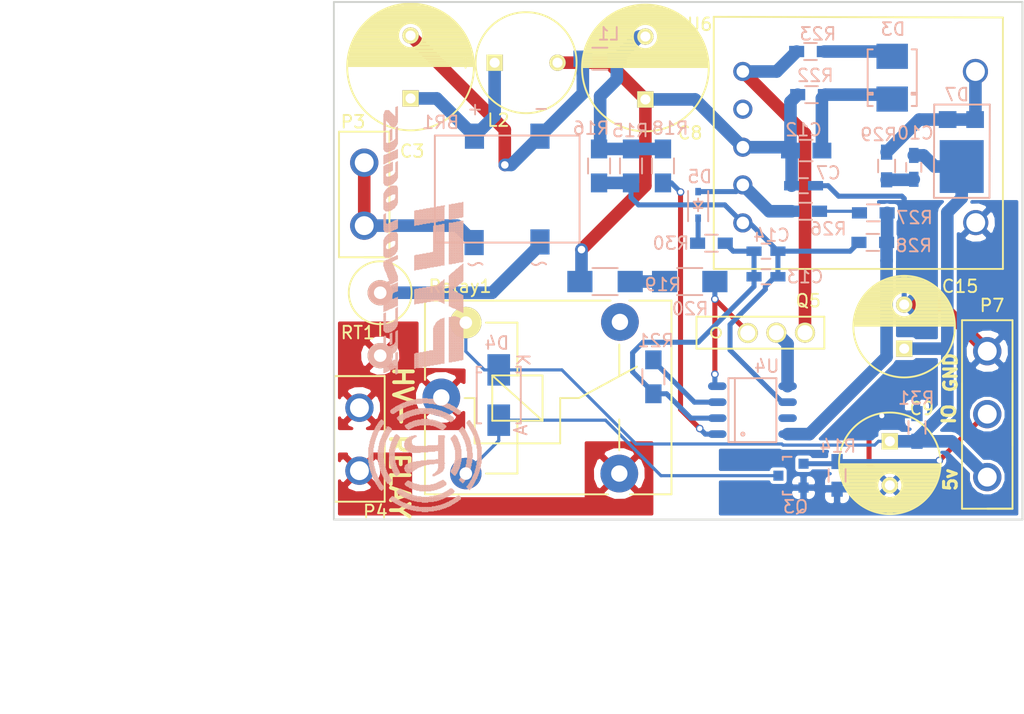
<source format=kicad_pcb>
(kicad_pcb (version 20160815) (host pcbnew 201611132049+7352~55~ubuntu16.04.1-product)
  (title_block (title "Liger v0.2") (date 2016-09-21) (company PYFI))
  (layers (0 F.Cu signal) (31 B.Cu signal) (34 B.Paste user) (35 F.Paste user) (36 B.SilkS user) (37 F.SilkS user) (38 B.Mask user) (39 F.Mask user) (44 Edge.Cuts user))
  (net 0 "")
  (net 1 "Net-(BR1-Pad2)")
  (net 2 "Net-(BR1-Pad3)")
  (net 3 "Net-(BR1-Pad1)")
  (net 4 GND)
  (net 5 +5V)
  (net 6 "Net-(C12-Pad2)")
  (net 7 "Net-(C8-Pad2)")
  (net 8 "Net-(C10-Pad2)")
  (net 9 "Net-(C12-Pad1)")
  (net 10 "Net-(C13-Pad1)")
  (net 11 "Net-(C13-Pad2)")
  (net 12 "Net-(D3-Pad2)")
  (net 13 "Net-(D4-Pad2)")
  (net 14 "Net-(D5-Pad1)")
  (net 15 "Net-(D5-Pad2)")
  (net 16 IO15)
  (net 17 "Net-(Q5-Pad1)")
  (net 18 "Net-(Q5-Pad2)")
  (net 19 "Net-(Q5-Pad3)")
  (net 20 "Net-(R18-Pad2)")
  (net 21 "Net-(R19-Pad2)")
  (net 22 "Net-(R21-Pad1)")
  (net 23 "Net-(R26-Pad2)")
  (net 24 "Net-(R27-Pad2)")
  (net 25 "Net-(Relay1-Pad4)")
  (net 26 "Net-(U6-Pad4)")
  (net 27 "Net-(D7-Pad2)")
  (net 28 HV+)
  (net 29 HV-)
  (net 30 RELAY)
  (module Diodes_SMD:SOD-323 (layer B.Cu) (at 116.713 106.172 90)
    (fp_text reference D5 (at 2.247 0.127 180) (layer B.SilkS) (effects (justify mirror)))
    (fp_text value D)
    (pad 1 smd rect (at -1.055 0 90) (size 0.59 0.45) (layers B.Cu B.Paste B.Mask) (net 14 "Net-(D5-Pad1)"))
    (pad 2 smd rect (at 1.055 0 90) (size 0.59 0.45) (layers B.Cu B.Paste B.Mask) (net 15 "Net-(D5-Pad2)"))
  )
  (module Capacitors_ThroughHole:C_Radial_D8_L11.5_P3.5 (layer F.Cu) (at 133.096 117.602 90)
    (fp_text reference C15 (at 4.953 4.445 180) (layer F.SilkS))
    (fp_text value 560uF)
    (pad 2 thru_hole circle (at 3.5 0 90) (size 1.3 1.3) (drill 0.8) (layers *.Cu *.Mask F.SilkS) (net 4 GND))
    (pad 1 thru_hole rect (at 0 0 90) (size 1.3 1.3) (drill 0.8) (layers *.Cu *.Mask F.SilkS) (net 5 +5V))
  )
  (module Resistors_ThroughHole:Resistor_Vertical_RM5mm (layer F.Cu) (at 91.44 115.65636 270)
    (fp_text reference RT1 (at 0.67564 1.778 180) (layer F.SilkS))
    (fp_text value 5)
    (pad 1 thru_hole circle (at -2.49936 0 270) (size 1.99898 1.99898) (drill 1.00076) (layers *.Cu *.SilkS *.Mask) (net 2 "Net-(BR1-Pad3)"))
    (pad 2 thru_hole circle (at 2.5019 0 270) (size 1.99898 1.99898) (drill 1.00076) (layers *.Cu *.SilkS *.Mask) (net 29 HV-))
  )
  (module footprints:LOGO (layer B.Cu) (at 112.649 143.891 90)
    (fp_text reference LOGO hide)
    (fp_text value "" (at 0 0 90) (layer B.SilkS) (effects (justify mirror)))
  )
  (module Relays_ThroughHole:Relay_SANYOU_SRD_Series_Form_C (layer F.Cu) (at 96.2972 121.4819)
    (fp_text reference Relay1 (at 1.4928 -8.8329) (layer F.SilkS))
    (fp_text value ORWH-SH-105D1F)
    (pad 2 thru_hole circle (at 1.95 6.05 90) (size 2.5 2.5) (drill 1) (layers *.Cu *.Mask) (net 13 "Net-(D4-Pad2)"))
    (pad 3 thru_hole circle (at 14.15 6.05 90) (size 3 3) (drill 1.3) (layers *.Cu *.Mask) (net 30 RELAY))
    (pad 4 thru_hole circle (at 14.2 -6 90) (size 3 3) (drill 1.3) (layers *.Cu *.Mask) (net 25 "Net-(Relay1-Pad4)"))
    (pad 5 thru_hole circle (at 1.95 -5.95 90) (size 2.5 2.5) (drill 1) (layers *.Cu *.Mask F.SilkS) (net 5 +5V))
    (pad 1 thru_hole circle (at 0 0 90) (size 3 3) (drill 1.3) (layers *.Cu *.Mask) (net 29 HV-))
  )
  (module Capacitors_ThroughHole:C_Radial_D10_L13_P5 (layer F.Cu) (at 93.853 97.71 90)
    (fp_text reference C3 (at -4.191 0.127) (layer F.SilkS))
    (fp_text value 12uF)
    (pad 1 thru_hole rect (at 0 0 90) (size 1.3 1.3) (drill 0.8) (layers *.Cu *.Mask F.SilkS) (net 3 "Net-(BR1-Pad1)"))
    (pad 2 thru_hole circle (at 5 0 90) (size 1.3 1.3) (drill 0.8) (layers *.Cu *.Mask F.SilkS) (net 1 "Net-(BR1-Pad2)"))
  )
  (module Capacitors_SMD:C_0603_HandSoldering (layer B.Cu) (at 125.0975 104.648)
    (fp_text reference C7 (at 1.966 -1.016) (layer B.SilkS) (effects (justify mirror)))
    (fp_text value 100pF)
    (pad 1 smd rect (at -0.95 0) (size 1.2 0.75) (layers B.Cu B.Paste B.Mask) (net 6 "Net-(C12-Pad2)"))
    (pad 2 smd rect (at 0.95 0) (size 1.2 0.75) (layers B.Cu B.Paste B.Mask) (net 4 GND))
  )
  (module Capacitors_ThroughHole:C_Radial_D10_L13_P5 (layer F.Cu) (at 112.522 97.79 90)
    (fp_text reference C8 (at -2.667 3.556 180) (layer F.SilkS))
    (fp_text value 12uF)
    (pad 1 thru_hole rect (at 0 0 90) (size 1.3 1.3) (drill 0.8) (layers *.Cu *.Mask F.SilkS) (net 6 "Net-(C12-Pad2)"))
    (pad 2 thru_hole circle (at 5 0 90) (size 1.3 1.3) (drill 0.8) (layers *.Cu *.Mask F.SilkS) (net 7 "Net-(C8-Pad2)"))
  )
  (module Capacitors_ThroughHole:C_Radial_D8_L11.5_P3.5 (layer F.Cu) (at 131.953 124.968 270)
    (fp_text reference C9 (at -2.6035 -2.54) (layer F.SilkS))
    (fp_text value 560uF)
    (pad 2 thru_hole circle (at 3.5 0 270) (size 1.3 1.3) (drill 0.8) (layers *.Cu *.Mask F.SilkS) (net 4 GND))
    (pad 1 thru_hole rect (at 0 0 270) (size 1.3 1.3) (drill 0.8) (layers *.Cu *.Mask F.SilkS) (net 5 +5V))
  )
  (module Capacitors_SMD:C_0603_HandSoldering (layer B.Cu) (at 133.858 103.19 270)
    (fp_text reference C10 (at -2.733 -0.127) (layer B.SilkS) (effects (justify mirror)))
    (fp_text value 1000pF)
    (pad 1 smd rect (at -0.95 0 270) (size 1.2 0.75) (layers B.Cu B.Paste B.Mask) (net 5 +5V))
    (pad 2 smd rect (at 0.95 0 270) (size 1.2 0.75) (layers B.Cu B.Paste B.Mask) (net 8 "Net-(C10-Pad2)"))
  )
  (module Capacitors_SMD:C_0805_HandSoldering (layer B.Cu) (at 125.3055 101.854 180)
    (fp_text reference C12 (at 0.2105 1.651 180) (layer B.SilkS) (effects (justify mirror)))
    (fp_text value 330pF)
    (pad 1 smd rect (at -1.25 0 180) (size 1.5 1.25) (layers B.Cu B.Paste B.Mask) (net 9 "Net-(C12-Pad1)"))
    (pad 2 smd rect (at 1.25 0 180) (size 1.5 1.25) (layers B.Cu B.Paste B.Mask) (net 6 "Net-(C12-Pad2)"))
  )
  (module Capacitors_SMD:C_0603_HandSoldering (layer B.Cu) (at 122.108 111.887)
    (fp_text reference C13 (at 3.114 0 -180) (layer B.SilkS) (effects (justify mirror)))
    (fp_text value 2.2uF)
    (pad 1 smd rect (at -0.95 0) (size 1.2 0.75) (layers B.Cu B.Paste B.Mask) (net 10 "Net-(C13-Pad1)"))
    (pad 2 smd rect (at 0.95 0) (size 1.2 0.75) (layers B.Cu B.Paste B.Mask) (net 11 "Net-(C13-Pad2)"))
  )
  (module Capacitors_SMD:C_0603_HandSoldering (layer B.Cu) (at 122.108 109.855)
    (fp_text reference C14 (at 0.447 -1.27) (layer B.SilkS) (effects (justify mirror)))
    (fp_text value 2.2uF)
    (pad 1 smd rect (at -0.95 0) (size 1.2 0.75) (layers B.Cu B.Paste B.Mask) (net 10 "Net-(C13-Pad1)"))
    (pad 2 smd rect (at 0.95 0) (size 1.2 0.75) (layers B.Cu B.Paste B.Mask) (net 11 "Net-(C13-Pad2)"))
  )
  (module Diodes_SMD:DO-214BA (layer B.Cu) (at 132.1435 96.061 90)
    (fp_text reference D3 (at 3.859 0.0635 180) (layer B.SilkS) (effects (justify mirror)))
    (fp_text value D)
    (pad 2 smd rect (at 1.7 0 90) (size 2 2.5) (layers B.Cu B.Paste B.Mask) (net 12 "Net-(D3-Pad2)"))
    (pad 1 smd rect (at -1.7 0 90) (size 2 2.5) (layers B.Cu B.Paste B.Mask) (net 9 "Net-(C12-Pad1)"))
  )
  (module Diodes_SMD:SMA_Standard (layer B.Cu) (at 100.8634 121.29008 270)
    (fp_text reference D4 (at -4.13258 0.1524 180) (layer B.SilkS) (effects (justify mirror)))
    (fp_text value D)
    (fp_text user K (at -2.79908 -2.0066 270) (layer B.SilkS) (effects (justify mirror)))
    (fp_text user A (at 2.78892 -1.7526 270) (layer B.SilkS) (effects (justify mirror)))
    (pad 1 smd rect (at -1.99898 0 270) (size 2.49936 1.80086) (layers B.Cu B.Paste B.Mask) (net 5 +5V))
    (pad 2 smd rect (at 1.99898 0 270) (size 2.49936 1.80086) (layers B.Cu B.Paste B.Mask) (net 13 "Net-(D4-Pad2)"))
  )
  (module footprints:PMEG45A10EPDAZ-Schottky (layer B.Cu) (at 139.8778 105.6132 180)
    (fp_text reference D7 (at 2.5908 8.2042 180) (layer B.SilkS) (effects (justify mirror)))
    (fp_text value D)
    (pad 2 smd rect (at 3.3274 6.223 180) (size 1.4 1.34) (layers B.Cu B.Paste B.Mask) (net 27 "Net-(D7-Pad2)"))
    (pad 2 smd rect (at 1.143 6.223 180) (size 1.4 1.34) (layers B.Cu B.Paste B.Mask) (net 27 "Net-(D7-Pad2)"))
    (pad 1 smd rect (at 2.2098 2.4892 180) (size 3.5 4.2) (layers B.Cu B.Paste B.Mask) (net 5 +5V))
  )
  (module Resistors_SMD:R_0805_HandSoldering (layer B.Cu) (at 108.90124 94.55658)
    (fp_text reference L1 (at 0.69976 -1.97358) (layer B.SilkS) (effects (justify mirror)))
    (fp_text value BEAD)
    (pad 1 smd rect (at -1.35 0) (size 1.5 1.3) (layers B.Cu B.Paste B.Mask) (net 1 "Net-(BR1-Pad2)"))
    (pad 2 smd rect (at 1.35 0) (size 1.5 1.3) (layers B.Cu B.Paste B.Mask) (net 7 "Net-(C8-Pad2)"))
  )
  (module TO_SOT_Packages_SMD:SOT-23 (layer B.Cu) (at 124.09424 127.701 270)
    (fp_text reference Q3 (at 2.474 -0.36576) (layer B.SilkS) (effects (justify mirror)))
    (fp_text value Q_NPN_BEC)
    (pad 1 smd rect (at -0.95 -1.00076 270) (size 0.8001 0.8001) (layers B.Cu B.Paste B.Mask) (net 16 IO15))
    (pad 2 smd rect (at 0.95 -1.00076 270) (size 0.8001 0.8001) (layers B.Cu B.Paste B.Mask) (net 4 GND))
    (pad 3 smd rect (at 0 0.99822 270) (size 0.8001 0.8001) (layers B.Cu B.Paste B.Mask) (net 13 "Net-(D4-Pad2)"))
  )
  (module Resistors_SMD:R_0603_HandSoldering (layer B.Cu) (at 127.762 127.678 270)
    (fp_text reference R14 (at -2.329 -0.0635) (layer B.SilkS) (effects (justify mirror)))
    (fp_text value 1K)
    (pad 1 smd rect (at -1.1 0 270) (size 1.2 0.9) (layers B.Cu B.Paste B.Mask) (net 16 IO15))
    (pad 2 smd rect (at 1.1 0 270) (size 1.2 0.9) (layers B.Cu B.Paste B.Mask) (net 4 GND))
  )
  (module Resistors_SMD:R_0805_HandSoldering (layer B.Cu) (at 111.379 103.077 90)
    (fp_text reference R15 (at 2.8105 -0.0635) (layer B.SilkS) (effects (justify mirror)))
    (fp_text value 0.82)
    (pad 1 smd rect (at -1.35 0 90) (size 1.5 1.3) (layers B.Cu B.Paste B.Mask) (net 11 "Net-(C13-Pad2)"))
    (pad 2 smd rect (at 1.35 0 90) (size 1.5 1.3) (layers B.Cu B.Paste B.Mask) (net 7 "Net-(C8-Pad2)"))
  )
  (module Resistors_SMD:R_0805_HandSoldering (layer B.Cu) (at 108.839 103.077 90)
    (fp_text reference R16 (at 3.001 -0.635) (layer B.SilkS) (effects (justify mirror)))
    (fp_text value 0.91)
    (pad 1 smd rect (at -1.35 0 90) (size 1.5 1.3) (layers B.Cu B.Paste B.Mask) (net 11 "Net-(C13-Pad2)"))
    (pad 2 smd rect (at 1.35 0 90) (size 1.5 1.3) (layers B.Cu B.Paste B.Mask) (net 7 "Net-(C8-Pad2)"))
  )
  (module Resistors_SMD:R_0805_HandSoldering (layer B.Cu) (at 113.919 103.077 270)
    (fp_text reference R18 (at -3.001 -0.5715) (layer B.SilkS) (effects (justify mirror)))
    (fp_text value 270)
    (pad 1 smd rect (at -1.35 0 270) (size 1.5 1.3) (layers B.Cu B.Paste B.Mask) (net 7 "Net-(C8-Pad2)"))
    (pad 2 smd rect (at 1.35 0 270) (size 1.5 1.3) (layers B.Cu B.Paste B.Mask) (net 20 "Net-(R18-Pad2)"))
  )
  (module Resistors_SMD:R_1206_HandSoldering (layer B.Cu) (at 109.315 112.268)
    (fp_text reference R19 (at 4.60096 0.2413) (layer B.SilkS) (effects (justify mirror)))
    (fp_text value 27M)
    (pad 1 smd rect (at -2 0) (size 2 1.7) (layers B.Cu B.Paste B.Mask) (net 6 "Net-(C12-Pad2)"))
    (pad 2 smd rect (at 2 0) (size 2 1.7) (layers B.Cu B.Paste B.Mask) (net 21 "Net-(R19-Pad2)"))
  )
  (module Resistors_SMD:R_1206_HandSoldering (layer B.Cu) (at 116.046 112.268)
    (fp_text reference R20 (at 0.032 2.159) (layer B.SilkS) (effects (justify mirror)))
    (fp_text value 27M)
    (pad 1 smd rect (at -2 0) (size 2 1.7) (layers B.Cu B.Paste B.Mask) (net 21 "Net-(R19-Pad2)"))
    (pad 2 smd rect (at 2 0) (size 2 1.7) (layers B.Cu B.Paste B.Mask) (net 17 "Net-(Q5-Pad1)"))
  )
  (module Resistors_SMD:R_0805_HandSoldering (layer B.Cu) (at 113.157 119.841 270)
    (fp_text reference R21 (at -2.874 -0.1905) (layer B.SilkS) (effects (justify mirror)))
    (fp_text value 270)
    (pad 1 smd rect (at -1.35 0 270) (size 1.5 1.3) (layers B.Cu B.Paste B.Mask) (net 22 "Net-(R21-Pad1)"))
    (pad 2 smd rect (at 1.35 0 270) (size 1.5 1.3) (layers B.Cu B.Paste B.Mask) (net 10 "Net-(C13-Pad1)"))
  )
  (module Resistors_SMD:R_0603_HandSoldering (layer B.Cu) (at 125.646 93.98 180)
    (fp_text reference R23 (at -0.592 1.397 180) (layer B.SilkS) (effects (justify mirror)))
    (fp_text value 300)
    (pad 1 smd rect (at -1.1 0 180) (size 1.2 0.9) (layers B.Cu B.Paste B.Mask) (net 12 "Net-(D3-Pad2)"))
    (pad 2 smd rect (at 1.1 0 180) (size 1.2 0.9) (layers B.Cu B.Paste B.Mask) (net 19 "Net-(Q5-Pad3)"))
  )
  (module Resistors_SMD:R_0603_HandSoldering (layer B.Cu) (at 125.265 106.68)
    (fp_text reference R26 (at 1.7985 1.397) (layer B.SilkS) (effects (justify mirror)))
    (fp_text value 9.1K)
    (pad 1 smd rect (at -1.1 0) (size 1.2 0.9) (layers B.Cu B.Paste B.Mask) (net 15 "Net-(D5-Pad2)"))
    (pad 2 smd rect (at 1.1 0) (size 1.2 0.9) (layers B.Cu B.Paste B.Mask) (net 23 "Net-(R26-Pad2)"))
  )
  (module Resistors_SMD:R_0603_HandSoldering (layer B.Cu) (at 130.64 106.807)
    (fp_text reference R27 (at 3.2815 0.381) (layer B.SilkS) (effects (justify mirror)))
    (fp_text value 620)
    (pad 1 smd rect (at -1.1 0) (size 1.2 0.9) (layers B.Cu B.Paste B.Mask) (net 23 "Net-(R26-Pad2)"))
    (pad 2 smd rect (at 1.1 0) (size 1.2 0.9) (layers B.Cu B.Paste B.Mask) (net 24 "Net-(R27-Pad2)"))
  )
  (module Resistors_SMD:R_0603_HandSoldering (layer B.Cu) (at 130.599 109.1565 180)
    (fp_text reference R28 (at -3.259 -0.254 180) (layer B.SilkS) (effects (justify mirror)))
    (fp_text value 3K)
    (pad 1 smd rect (at -1.1 0 180) (size 1.2 0.9) (layers B.Cu B.Paste B.Mask) (net 24 "Net-(R27-Pad2)"))
    (pad 2 smd rect (at 1.1 0 180) (size 1.2 0.9) (layers B.Cu B.Paste B.Mask) (net 11 "Net-(C13-Pad2)"))
  )
  (module Resistors_SMD:R_0603_HandSoldering (layer B.Cu) (at 131.699 103.081 90)
    (fp_text reference R29 (at 2.497 -0.635 -180) (layer B.SilkS) (effects (justify mirror)))
    (fp_text value 4.7)
    (pad 1 smd rect (at -1.1 0 90) (size 1.2 0.9) (layers B.Cu B.Paste B.Mask) (net 8 "Net-(C10-Pad2)"))
    (pad 2 smd rect (at 1.1 0 90) (size 1.2 0.9) (layers B.Cu B.Paste B.Mask) (net 27 "Net-(D7-Pad2)"))
  )
  (module Resistors_SMD:R_0603_HandSoldering (layer B.Cu) (at 117.772 109.22)
    (fp_text reference R30 (at -3.218 0) (layer B.SilkS) (effects (justify mirror)))
    (fp_text value 1)
    (pad 1 smd rect (at -1.1 0) (size 1.2 0.9) (layers B.Cu B.Paste B.Mask) (net 14 "Net-(D5-Pad1)"))
    (pad 2 smd rect (at 1.1 0) (size 1.2 0.9) (layers B.Cu B.Paste B.Mask) (net 10 "Net-(C13-Pad1)"))
  )
  (module Resistors_SMD:R_0603_HandSoldering (layer B.Cu) (at 134.112 123.868 270)
    (fp_text reference R31 (at -2.329 0.0635) (layer B.SilkS) (effects (justify mirror)))
    (fp_text value 5.1K)
    (pad 1 smd rect (at -1.1 0 270) (size 1.2 0.9) (layers B.Cu B.Paste B.Mask) (net 4 GND))
    (pad 2 smd rect (at 1.1 0 270) (size 1.2 0.9) (layers B.Cu B.Paste B.Mask) (net 5 +5V))
  )
  (module Power_Integrations:SO-8 (layer B.Cu) (at 121.031 122.4915 90)
    (fp_text reference U4 (at 3.4925 1.143 180) (layer B.SilkS) (effects (justify mirror)))
    (fp_text value LNK4023D)
    (pad 1 smd oval (at -1.905 -2.794 90) (size 0.6096 1.4732) (layers B.Cu B.Paste B.Mask) (net 20 "Net-(R18-Pad2)"))
    (pad 2 smd oval (at -0.635 -2.794 90) (size 0.6096 1.4732) (layers B.Cu B.Paste B.Mask) (net 10 "Net-(C13-Pad1)"))
    (pad 3 smd oval (at 0.635 -2.794 90) (size 0.6096 1.4732) (layers B.Cu B.Paste B.Mask) (net 22 "Net-(R21-Pad1)"))
    (pad 4 smd oval (at 1.905 -2.794 90) (size 0.6096 1.4732) (layers B.Cu B.Paste B.Mask) (net 17 "Net-(Q5-Pad1)"))
    (pad 5 smd oval (at 1.905 2.794 90) (size 0.6096 1.4732) (layers B.Cu B.Paste B.Mask) (net 18 "Net-(Q5-Pad2)"))
    (pad 6 smd oval (at 0.635 2.794 90) (size 0.6096 1.4732) (layers B.Cu B.Paste B.Mask) (net 11 "Net-(C13-Pad2)"))
    (pad 7 smd oval (at -0.635 2.794 90) (size 0.6096 1.4732) (layers B.Cu B.Paste B.Mask))
    (pad 8 smd oval (at -1.905 2.794 90) (size 0.6096 1.4732) (layers B.Cu B.Paste B.Mask) (net 24 "Net-(R27-Pad2)"))
  )
  (module footprints:pheonix-connector-01x03-5mm (layer F.Cu) (at 139.7 127.8128 90)
    (fp_text reference P7 (at 13.6398 0.381 180) (layer F.SilkS))
    (fp_text value CONN_01X03)
    (pad 2 thru_hole circle (at 5.0038 0 90) (size 2.25 2.25) (drill 1.5) (layers *.Cu *.Mask) (net 16 IO15))
    (pad 1 thru_hole circle (at 0 0 90) (size 2.25 2.25) (drill 1.5) (layers *.Cu *.Mask) (net 5 +5V))
    (pad 3 thru_hole circle (at 10.0076 0 90) (size 2.25 2.25) (drill 1.5) (layers *.Cu *.Mask) (net 4 GND))
  )
  (module Resistors_SMD:R_0603_HandSoldering (layer B.Cu) (at 125.73 97.409)
    (fp_text reference R22 (at 0.297 -1.524) (layer B.SilkS) (effects (justify mirror)))
    (fp_text value 470K)
    (pad 2 smd rect (at 1.1 0) (size 1.2 0.9) (layers B.Cu B.Paste B.Mask) (net 9 "Net-(C12-Pad1)"))
    (pad 1 smd rect (at -1.1 0) (size 1.2 0.9) (layers B.Cu B.Paste B.Mask) (net 6 "Net-(C12-Pad2)"))
  )
  (module footprints:APT13005SU-G1 (layer F.Cu) (at 122.936 116.332)
    (fp_text reference Q5 (at 2.54 -2.54) (layer F.SilkS))
    (fp_text value Q_NPN_BEC)
    (pad 2 thru_hole circle (at 0 0) (size 1.6 1.6) (drill 1.2) (layers *.Cu *.Mask F.SilkS) (net 18 "Net-(Q5-Pad2)"))
    (pad 1 thru_hole circle (at -2.275 0.025) (size 1.6 1.6) (drill 1.2) (layers *.Cu *.Mask F.SilkS) (net 17 "Net-(Q5-Pad1)"))
    (pad 3 thru_hole circle (at 2.275 0) (size 1.6 1.6) (drill 1.2) (layers *.Cu *.Mask F.SilkS) (net 19 "Net-(Q5-Pad3)"))
  )
  (module footprints:PNK-40230 (layer F.Cu) (at 117.9576 111.3409)
    (fp_text reference U6 (at -1.1176 -19.5199 180) (layer F.SilkS))
    (fp_text value EPC1716D)
    (pad 1 thru_hole circle (at 2.3114 -3.7338 90) (size 1.524 1.524) (drill 1) (layers *.Cu *.Mask) (net 11 "Net-(C13-Pad2)"))
    (pad 2 thru_hole circle (at 2.3114 -6.7564 90) (size 1.524 1.524) (drill 1) (layers *.Cu *.Mask) (net 15 "Net-(D5-Pad2)"))
    (pad 3 thru_hole circle (at 2.3114 -9.7536 90) (size 1.524 1.524) (drill 1) (layers *.Cu *.Mask) (net 6 "Net-(C12-Pad2)"))
    (pad 4 thru_hole circle (at 2.3114 -12.7762 90) (size 1.524 1.524) (drill 1) (layers *.Cu *.Mask) (net 26 "Net-(U6-Pad4)"))
    (pad 5 thru_hole circle (at 2.3114 -15.7734 90) (size 1.524 1.524) (drill 1) (layers *.Cu *.Mask) (net 19 "Net-(Q5-Pad3)"))
    (pad 6 thru_hole circle (at 20.828 -3.7592 90) (size 2 2) (drill 1.5) (layers *.Cu *.Mask) (net 4 GND))
    (pad 7 thru_hole circle (at 20.8026 -15.7734 90) (size 2 2) (drill 1.5) (layers *.Cu *.Mask) (net 27 "Net-(D7-Pad2)"))
  )
  (module footprints:DF005S (layer B.Cu) (at 98.933 100.711)
    (fp_text reference BR1 (at -2.6924 -1.0922) (layer B.SilkS) (effects (justify mirror)))
    (fp_text value DF08S)
    (fp_text user - (at 5.3086 -2.2352) (layer B.SilkS) (effects (justify mirror)))
    (fp_text user + (at 0.0508 -2.1844) (layer B.SilkS) (effects (justify mirror)))
    (pad 1 smd rect (at 0 0) (size 1.524 2) (layers B.Cu B.Paste B.Mask) (net 3 "Net-(BR1-Pad1)"))
    (pad 2 smd rect (at 5.207 0) (size 1.524 2) (layers B.Cu B.Paste B.Mask) (net 1 "Net-(BR1-Pad2)"))
    (pad 3 smd rect (at 5.207 8.4074) (size 1.524 2) (layers B.Cu B.Paste B.Mask) (net 2 "Net-(BR1-Pad3)"))
    (pad 4 smd rect (at -0.0254 8.4582) (size 1.524 2) (layers B.Cu B.Paste B.Mask) (net 28 HV+))
  )
  (module footprints:Inductor_Radial (layer F.Cu) (at 100.537 94.869)
    (fp_text reference L2 (at 0.301 4.572) (layer F.SilkS))
    (fp_text value 470uH)
    (fp_text user + (at -2.3114 -0.0508) (layer F.SilkS))
    (pad 1 thru_hole rect (at 0 0) (size 1.3 1.3) (drill 0.8) (layers *.Cu *.Mask F.SilkS) (net 3 "Net-(BR1-Pad1)"))
    (pad 2 thru_hole circle (at 5 0) (size 1.3 1.3) (drill 0.8) (layers *.Cu *.Mask F.SilkS) (net 6 "Net-(C12-Pad2)"))
  )
  (module footprints:pheonix-connector-01x02-5mm (layer F.Cu) (at 90.17 107.823 90)
    (fp_text reference P3 (at 8.255 -0.889 180) (layer F.SilkS))
    (fp_text value CONN_01X02)
    (pad 1 thru_hole circle (at 0 0 90) (size 2.25 2.25) (drill 1.5) (layers *.Cu *.Mask) (net 28 HV+))
    (pad 2 thru_hole circle (at 5.0038 0 90) (size 2.25 2.25) (drill 1.5) (layers *.Cu *.Mask) (net 28 HV+))
  )
  (module footprints:pheonix-connector-01x02-5mm (layer F.Cu) (at 89.789 122.301 270)
    (fp_text reference P4 (at 8.255 -1.27 360) (layer F.SilkS))
    (fp_text value CONN_01X02)
    (pad 2 thru_hole circle (at 5.0038 0 270) (size 2.25 2.25) (drill 1.5) (layers *.Cu *.Mask) (net 30 RELAY))
    (pad 1 thru_hole circle (at 0 0 270) (size 2.25 2.25) (drill 1.5) (layers *.Cu *.Mask) (net 29 HV-))
  )
  (gr_text GND (at 136.779 119.507 90) (layer F.SilkS) (effects (font (size 1 1) (thickness 0.25))))
  (gr_text IO (at 136.652 122.809 90) (layer F.SilkS) (effects (font (size 1 1) (thickness 0.25))))
  (gr_text 5v (at 136.779 128.016 90) (layer F.SilkS) (effects (font (size 1 1) (thickness 0.25))))
  (gr_text RELAY (at 92.964 127.762 270) (layer F.SilkS) (effects (font (size 1.5 1.5) (thickness 0.3))))
  (gr_text HV- (at 93.218 121.412 270) (layer F.SilkS) (effects (font (size 1.5 1.5) (thickness 0.3))))
  (gr_line (start 142.494 131.191) (end 142.494 90.043) (layer Edge.Cuts) (width 0.15))
  (gr_line (start 87.757 90.038101) (end 87.757 131.191) (layer Edge.Cuts) (width 0.15))
  (gr_line (start 142.494 90.043) (end 87.757 90.043) (layer Edge.Cuts) (width 0.15))
  (gr_line (start 87.757 131.191) (end 142.494 131.191) (layer Edge.Cuts) (width 0.15))
  (segment (start 104.14 100.711) (end 107.55124 97.29976) (width 1) (layer B.Cu) (net 1))
  (segment (start 107.55124 97.29976) (end 107.55124 94.55658) (width 1) (layer B.Cu) (net 1))
  (segment (start 101.346 102.997) (end 101.854 102.997) (width 1) (layer B.Cu) (net 1))
  (segment (start 101.854 102.997) (end 104.14 100.711) (width 1) (layer B.Cu) (net 1))
  (segment (start 93.853 92.71) (end 101.346 100.203) (width 1) (layer F.Cu) (net 1))
  (via (at 101.346 102.997) (size 1) (drill 0.6) (layers F.Cu B.Cu) (net 1))
  (segment (start 101.346 100.203) (end 101.346 102.997) (width 1) (layer F.Cu) (net 1))
  (segment (start 91.44 113.157) (end 100.3394 113.157) (width 1) (layer B.Cu) (net 2))
  (segment (start 100.3394 113.157) (end 104.14 109.3564) (width 1) (layer B.Cu) (net 2))
  (segment (start 104.14 109.3564) (end 104.14 109.1184) (width 1) (layer B.Cu) (net 2))
  (segment (start 100.537 94.869) (end 100.537 99.107) (width 1) (layer B.Cu) (net 3))
  (segment (start 100.537 99.107) (end 98.933 100.711) (width 1) (layer B.Cu) (net 3))
  (segment (start 93.853 97.71) (end 95.932 97.71) (width 1) (layer B.Cu) (net 3))
  (segment (start 95.932 97.71) (end 98.933 100.711) (width 1) (layer B.Cu) (net 3))
  (segment (start 133.096 114.102) (end 135.9968 114.102) (width 1) (layer F.Cu) (net 4))
  (segment (start 135.9968 114.102) (end 139.7 117.8052) (width 1) (layer F.Cu) (net 4))
  (segment (start 138.7094 107.5055) (end 138.7856 107.5817) (width 0.4) (layer F.Cu) (net 4))
  (segment (start 131.318 122.936) (end 133.944 122.936) (width 0.4) (layer B.Cu) (net 4))
  (segment (start 133.944 122.936) (end 134.112 122.768) (width 0.4) (layer B.Cu) (net 4))
  (segment (start 130.302 126.817) (end 130.302 123.952) (width 0.4) (layer F.Cu) (net 4))
  (segment (start 130.302 123.952) (end 131.318 122.936) (width 0.4) (layer F.Cu) (net 4))
  (via (at 131.318 122.936) (size 0.6) (drill 0.4) (layers F.Cu B.Cu) (net 4))
  (segment (start 131.953 128.468) (end 130.302 126.817) (width 0.4) (layer F.Cu) (net 4))
  (segment (start 132.913001 105.481001) (end 133.096 105.664) (width 0.4) (layer B.Cu) (net 4))
  (segment (start 133.096 105.664) (end 133.096 114.102) (width 0.4) (layer B.Cu) (net 4))
  (segment (start 125.095 128.651) (end 127.635 128.651) (width 0.4) (layer B.Cu) (net 4))
  (segment (start 127.635 128.651) (end 127.762 128.778) (width 0.4) (layer B.Cu) (net 4))
  (segment (start 126.0475 104.648) (end 127.0475 104.648) (width 0.4) (layer B.Cu) (net 4))
  (segment (start 127.0475 104.648) (end 127.880501 105.481001) (width 0.4) (layer B.Cu) (net 4))
  (segment (start 127.880501 105.481001) (end 132.913001 105.481001) (width 0.4) (layer B.Cu) (net 4))
  (segment (start 133.096 117.602) (end 136.398 117.602) (width 1) (layer B.Cu) (net 5))
  (segment (start 136.398 117.602) (end 136.525 117.475) (width 1) (layer B.Cu) (net 5))
  (segment (start 134.112 124.968) (end 136.8552 124.968) (width 1) (layer B.Cu) (net 5))
  (segment (start 136.8552 124.968) (end 139.7 127.8128) (width 1) (layer B.Cu) (net 5))
  (segment (start 136.525 106.767) (end 136.525 117.475) (width 1) (layer B.Cu) (net 5))
  (segment (start 136.525 117.475) (end 136.525 122.405) (width 1) (layer B.Cu) (net 5))
  (segment (start 136.525 122.405) (end 134.112 124.818) (width 1) (layer B.Cu) (net 5))
  (segment (start 134.112 124.818) (end 134.112 124.968) (width 0.4) (layer B.Cu) (net 5))
  (segment (start 137.668 103.124) (end 137.668 105.624) (width 1) (layer B.Cu) (net 5))
  (segment (start 137.668 105.624) (end 136.525 106.767) (width 1) (layer B.Cu) (net 5))
  (segment (start 130.749489 125.271511) (end 131.053 124.968) (width 0.25) (layer B.Cu) (net 5))
  (segment (start 131.053 124.968) (end 131.953 124.968) (width 0.25) (layer B.Cu) (net 5))
  (segment (start 123.462559 125.271511) (end 130.749489 125.271511) (width 0.25) (layer B.Cu) (net 5))
  (segment (start 123.372368 125.18132) (end 123.462559 125.271511) (width 0.25) (layer B.Cu) (net 5))
  (segment (start 111.771966 125.18132) (end 123.372368 125.18132) (width 0.25) (layer B.Cu) (net 5))
  (segment (start 105.881747 119.2911) (end 111.771966 125.18132) (width 0.25) (layer B.Cu) (net 5))
  (segment (start 100.8634 119.2911) (end 105.881747 119.2911) (width 0.25) (layer B.Cu) (net 5))
  (segment (start 131.953 124.968) (end 134.112 124.968) (width 1) (layer B.Cu) (net 5))
  (segment (start 137.668 103.124) (end 135.518 103.124) (width 1) (layer B.Cu) (net 5))
  (segment (start 135.518 103.124) (end 134.634 102.24) (width 1) (layer B.Cu) (net 5))
  (segment (start 134.634 102.24) (end 134.633 102.24) (width 0.4) (layer B.Cu) (net 5))
  (segment (start 134.633 102.24) (end 133.858 102.24) (width 1) (layer B.Cu) (net 5))
  (segment (start 100.8634 119.2911) (end 99.71297 119.2911) (width 0.25) (layer B.Cu) (net 5))
  (segment (start 99.71297 119.2911) (end 98.2472 117.82533) (width 0.25) (layer B.Cu) (net 5))
  (segment (start 98.2472 117.82533) (end 98.2472 115.5319) (width 0.25) (layer B.Cu) (net 5))
  (segment (start 107.442 109.728) (end 107.442 112.141) (width 1) (layer B.Cu) (net 6))
  (segment (start 107.442 112.141) (end 107.315 112.268) (width 1) (layer B.Cu) (net 6))
  (segment (start 112.522 97.79) (end 112.522 104.648) (width 1) (layer F.Cu) (net 6))
  (segment (start 112.522 104.648) (end 107.442 109.728) (width 1) (layer F.Cu) (net 6))
  (via (at 107.442 109.728) (size 1) (drill 0.6) (layers F.Cu B.Cu) (net 6))
  (segment (start 112.522 97.79) (end 116.4717 97.79) (width 1) (layer B.Cu) (net 6))
  (segment (start 116.4717 97.79) (end 120.269 101.5873) (width 1) (layer B.Cu) (net 6))
  (segment (start 105.537 94.869) (end 109.601 94.869) (width 1) (layer F.Cu) (net 6))
  (segment (start 109.601 94.869) (end 112.522 97.79) (width 1) (layer F.Cu) (net 6))
  (segment (start 124.0555 101.854) (end 124.0555 97.9835) (width 1) (layer B.Cu) (net 6))
  (segment (start 124.0555 97.9835) (end 124.63 97.409) (width 1) (layer B.Cu) (net 6))
  (segment (start 124.1475 104.648) (end 124.1475 101.946) (width 1) (layer B.Cu) (net 6))
  (segment (start 124.1475 101.946) (end 124.0555 101.854) (width 1) (layer B.Cu) (net 6))
  (segment (start 120.269 101.5873) (end 123.7888 101.5873) (width 1) (layer B.Cu) (net 6))
  (segment (start 123.7888 101.5873) (end 124.0555 101.854) (width 1) (layer B.Cu) (net 6))
  (segment (start 112.522 92.79) (end 112.01782 92.79) (width 1) (layer B.Cu) (net 7))
  (segment (start 112.01782 92.79) (end 110.25124 94.55658) (width 1) (layer B.Cu) (net 7))
  (segment (start 111.379 101.727) (end 113.919 101.727) (width 1) (layer B.Cu) (net 7))
  (segment (start 108.839 101.727) (end 111.379 101.727) (width 1) (layer B.Cu) (net 7))
  (segment (start 108.92408 97.52584) (end 108.92408 101.64192) (width 1) (layer B.Cu) (net 7))
  (segment (start 108.92408 101.64192) (end 108.839 101.727) (width 1) (layer B.Cu) (net 7))
  (segment (start 108.92408 97.52584) (end 110.25124 96.19868) (width 1) (layer B.Cu) (net 7))
  (segment (start 110.25124 96.19868) (end 110.25124 94.55658) (width 1) (layer B.Cu) (net 7))
  (segment (start 131.699 104.181) (end 133.817 104.181) (width 1) (layer B.Cu) (net 8))
  (segment (start 133.817 104.181) (end 133.858 104.14) (width 1) (layer B.Cu) (net 8))
  (segment (start 126.83 97.409) (end 131.7915 97.409) (width 1) (layer B.Cu) (net 9))
  (segment (start 131.7915 97.409) (end 132.1435 97.761) (width 1) (layer B.Cu) (net 9))
  (segment (start 126.5555 101.854) (end 126.5555 97.6835) (width 1) (layer B.Cu) (net 9))
  (segment (start 126.5555 97.6835) (end 126.83 97.409) (width 1) (layer B.Cu) (net 9))
  (segment (start 121.158 109.855) (end 119.507 109.855) (width 0.4) (layer B.Cu) (net 10))
  (segment (start 119.507 109.855) (end 118.872 109.22) (width 0.4) (layer B.Cu) (net 10))
  (segment (start 121.158 109.855) (end 121.158 111.887) (width 0.4) (layer B.Cu) (net 10))
  (segment (start 111.506 117.931998) (end 111.506 119.44) (width 0.4) (layer B.Cu) (net 10))
  (segment (start 111.506 119.44) (end 113.157 121.091) (width 0.4) (layer B.Cu) (net 10))
  (segment (start 113.157 121.091) (end 113.157 121.191) (width 0.4) (layer B.Cu) (net 10))
  (segment (start 116.726 117.094) (end 112.343998 117.094) (width 0.4) (layer B.Cu) (net 10))
  (segment (start 112.343998 117.094) (end 111.506 117.931998) (width 0.4) (layer B.Cu) (net 10))
  (segment (start 121.158 111.887) (end 121.158 112.662) (width 0.4) (layer B.Cu) (net 10))
  (segment (start 121.158 112.662) (end 116.726 117.094) (width 0.4) (layer B.Cu) (net 10))
  (segment (start 113.157 121.191) (end 114.207 121.191) (width 0.4) (layer B.Cu) (net 10))
  (segment (start 114.207 121.191) (end 116.1425 123.1265) (width 0.4) (layer B.Cu) (net 10))
  (segment (start 116.1425 123.1265) (end 118.237 123.1265) (width 0.4) (layer B.Cu) (net 10))
  (segment (start 123.058 109.855) (end 128.8005 109.855) (width 0.4) (layer B.Cu) (net 11))
  (segment (start 128.8005 109.855) (end 129.499 109.1565) (width 0.4) (layer B.Cu) (net 11))
  (segment (start 120.269 107.6071) (end 120.8101 107.6071) (width 0.4) (layer B.Cu) (net 11))
  (segment (start 120.8101 107.6071) (end 123.058 109.855) (width 0.4) (layer B.Cu) (net 11))
  (segment (start 111.974 106.172) (end 118.8339 106.172) (width 0.4) (layer B.Cu) (net 11))
  (segment (start 118.8339 106.172) (end 120.269 107.6071) (width 0.4) (layer B.Cu) (net 11))
  (segment (start 111.379 104.427) (end 111.379 105.577) (width 0.4) (layer B.Cu) (net 11))
  (segment (start 111.379 105.577) (end 111.974 106.172) (width 0.4) (layer B.Cu) (net 11))
  (segment (start 123.058 109.855) (end 123.058 111.887) (width 0.4) (layer B.Cu) (net 11))
  (segment (start 122.833 111.887) (end 123.058 111.887) (width 0.4) (layer B.Cu) (net 11))
  (segment (start 122.058 112.662) (end 122.833 111.887) (width 0.4) (layer B.Cu) (net 11))
  (segment (start 122.058 112.887) (end 122.058 112.662) (width 0.4) (layer B.Cu) (net 11))
  (segment (start 119.253 115.692) (end 122.058 112.887) (width 0.4) (layer B.Cu) (net 11))
  (segment (start 119.253 117.7163) (end 119.253 115.692) (width 0.4) (layer B.Cu) (net 11))
  (segment (start 123.3932 121.8565) (end 119.253 117.7163) (width 0.4) (layer B.Cu) (net 11))
  (segment (start 123.825 121.8565) (end 123.3932 121.8565) (width 0.4) (layer B.Cu) (net 11))
  (segment (start 108.839 104.427) (end 111.379 104.427) (width 1) (layer B.Cu) (net 11))
  (segment (start 126.746 93.98) (end 131.7625 93.98) (width 1) (layer B.Cu) (net 12))
  (segment (start 131.7625 93.98) (end 132.1435 94.361) (width 1) (layer B.Cu) (net 12))
  (segment (start 100.8634 123.28906) (end 109.349362 123.28906) (width 0.25) (layer B.Cu) (net 13))
  (segment (start 109.349362 123.28906) (end 113.761302 127.701) (width 0.25) (layer B.Cu) (net 13))
  (segment (start 113.761302 127.701) (end 123.09602 127.701) (width 0.25) (layer B.Cu) (net 13))
  (segment (start 100.8634 123.28906) (end 100.8634 123.63831) (width 0.25) (layer B.Cu) (net 13))
  (segment (start 100.8634 123.28906) (end 100.8634 124.9157) (width 0.25) (layer B.Cu) (net 13))
  (segment (start 100.8634 124.9157) (end 98.2472 127.5319) (width 0.25) (layer B.Cu) (net 13))
  (segment (start 116.713 107.227) (end 116.713 109.179) (width 0.4) (layer B.Cu) (net 14))
  (segment (start 116.713 109.179) (end 116.672 109.22) (width 0.4) (layer B.Cu) (net 14))
  (segment (start 116.713 105.117) (end 119.7365 105.117) (width 0.4) (layer B.Cu) (net 15))
  (segment (start 119.7365 105.117) (end 120.269 104.5845) (width 0.4) (layer B.Cu) (net 15))
  (segment (start 120.269 104.5845) (end 122.3645 106.68) (width 1) (layer B.Cu) (net 15))
  (segment (start 122.3645 106.68) (end 124.165 106.68) (width 1) (layer B.Cu) (net 15))
  (segment (start 135.89 126.492) (end 139.573 122.809) (width 0.4) (layer F.Cu) (net 16))
  (segment (start 139.573 122.809) (end 139.7 122.809) (width 0.4) (layer F.Cu) (net 16))
  (segment (start 127.762 126.578) (end 135.804 126.578) (width 0.4) (layer B.Cu) (net 16))
  (segment (start 135.804 126.578) (end 135.89 126.492) (width 0.4) (layer B.Cu) (net 16))
  (via (at 135.89 126.492) (size 0.6) (drill 0.4) (layers F.Cu B.Cu) (net 16))
  (segment (start 125.095 126.751) (end 127.589 126.751) (width 0.4) (layer B.Cu) (net 16))
  (segment (start 127.589 126.751) (end 127.762 126.578) (width 0.4) (layer B.Cu) (net 16))
  (segment (start 120.661 116.357) (end 120.661 116.2795) (width 1) (layer F.Cu) (net 17))
  (segment (start 118.0465 119.634) (end 118.0465 120.396) (width 0.4) (layer B.Cu) (net 17))
  (segment (start 118.0465 120.396) (end 118.237 120.5865) (width 0.4) (layer B.Cu) (net 17))
  (via (at 118.0465 119.634) (size 0.6) (drill 0.4) (layers F.Cu B.Cu) (net 17))
  (segment (start 120.661 116.2795) (end 118.0465 113.665) (width 0.4) (layer F.Cu) (net 17))
  (segment (start 118.0465 113.665) (end 118.0465 119.634) (width 0.4) (layer F.Cu) (net 17))
  (segment (start 118.046 112.268) (end 118.046 113.6645) (width 0.4) (layer B.Cu) (net 17))
  (segment (start 118.046 113.6645) (end 118.0465 113.665) (width 0.4) (layer B.Cu) (net 17))
  (via (at 118.0465 113.665) (size 0.6) (drill 0.4) (layers F.Cu B.Cu) (net 17))
  (segment (start 123.825 120.5865) (end 123.825 117.221) (width 1) (layer B.Cu) (net 18))
  (segment (start 123.825 117.221) (end 122.936 116.332) (width 1) (layer B.Cu) (net 18))
  (segment (start 125.211 116.332) (end 125.211 100.5095) (width 1) (layer F.Cu) (net 19))
  (segment (start 125.211 100.5095) (end 120.269 95.5675) (width 1) (layer F.Cu) (net 19))
  (segment (start 120.269 95.5675) (end 122.9585 95.5675) (width 1) (layer B.Cu) (net 19))
  (segment (start 122.9585 95.5675) (end 124.546 93.98) (width 1) (layer B.Cu) (net 19))
  (via (at 115.316 105.156) (size 0.6) (drill 0.4) (layers F.Cu B.Cu) (net 20))
  (segment (start 115.316 122.428) (end 115.316 105.156) (width 0.4) (layer F.Cu) (net 20))
  (segment (start 115.316 105.156) (end 114.587 104.427) (width 0.4) (layer B.Cu) (net 20))
  (segment (start 118.237 124.3965) (end 117.2845 124.3965) (width 0.4) (layer B.Cu) (net 20))
  (segment (start 114.587 104.427) (end 113.919 104.427) (width 0.4) (layer B.Cu) (net 20))
  (segment (start 116.84 123.952) (end 115.316 122.428) (width 0.4) (layer F.Cu) (net 20))
  (via (at 116.84 123.952) (size 0.6) (drill 0.4) (layers F.Cu B.Cu) (net 20))
  (segment (start 117.2845 124.3965) (end 116.84 123.952) (width 0.4) (layer B.Cu) (net 20))
  (segment (start 118.237 124.3965) (end 118.6688 124.3965) (width 0.4) (layer B.Cu) (net 20))
  (segment (start 114.3305 104.8385) (end 113.919 104.427) (width 0.4) (layer B.Cu) (net 20))
  (segment (start 111.315 112.268) (end 114.046 112.268) (width 1) (layer B.Cu) (net 21))
  (segment (start 113.157 118.591) (end 116.4225 121.8565) (width 0.4) (layer B.Cu) (net 22))
  (segment (start 113.157 118.491) (end 113.157 118.591) (width 0.4) (layer B.Cu) (net 22))
  (segment (start 116.4225 121.8565) (end 118.237 121.8565) (width 0.4) (layer B.Cu) (net 22))
  (segment (start 126.365 106.68) (end 129.413 106.68) (width 0.25) (layer B.Cu) (net 23))
  (segment (start 129.413 106.68) (end 129.54 106.807) (width 0.25) (layer B.Cu) (net 23))
  (segment (start 125.5616 124.3965) (end 131.695999 118.262101) (width 1) (layer B.Cu) (net 24))
  (segment (start 123.825 124.3965) (end 125.5616 124.3965) (width 1) (layer B.Cu) (net 24))
  (segment (start 131.695999 118.262101) (end 131.695999 110.609501) (width 1) (layer B.Cu) (net 24))
  (segment (start 131.695999 110.609501) (end 131.699 110.6065) (width 1) (layer B.Cu) (net 24))
  (segment (start 131.699 109.1565) (end 131.699 110.6065) (width 1) (layer B.Cu) (net 24))
  (segment (start 131.74 106.807) (end 131.74 109.1155) (width 1) (layer B.Cu) (net 24))
  (segment (start 131.74 109.1155) (end 131.699 109.1565) (width 1) (layer B.Cu) (net 24))
  (segment (start 131.699 101.981) (end 134.2898 99.3902) (width 1) (layer B.Cu) (net 27))
  (segment (start 134.2898 99.3902) (end 136.5504 99.3902) (width 1) (layer B.Cu) (net 27))
  (segment (start 138.7348 99.3902) (end 136.5504 99.3902) (width 1) (layer B.Cu) (net 27))
  (segment (start 138.7602 95.5675) (end 138.7602 99.3648) (width 1) (layer B.Cu) (net 27))
  (segment (start 138.7602 99.3648) (end 138.7348 99.3902) (width 1) (layer B.Cu) (net 27))
  (segment (start 90.17 107.823) (end 97.5614 107.823) (width 1) (layer B.Cu) (net 28))
  (segment (start 97.5614 107.823) (end 98.9076 109.1692) (width 1) (layer B.Cu) (net 28))
  (segment (start 90.17 107.823) (end 90.17 102.8192) (width 1) (layer F.Cu) (net 28))
  (zone (net 30) (net_name RELAY) (layer F.Cu) (connect_pads (clearance 0.25)) (min_thickness 0.254) (fill yes (arc_segments 16) (thermal_gap 0.508) (thermal_bridge_width 0.508))
    (polygon (pts (xy 87.757 125.857) (xy 93.98 125.857) (xy 93.98 129.413) (xy 107.696 129.413) (xy 107.696 124.968) (xy 113.157 124.968) (xy 113.157 131.191) (xy 93.322894 131.191) (xy 87.757 131.191)))
  )
  (zone (net 4) (net_name GND) (layer B.Cu) (connect_pads (clearance 0.25)) (min_thickness 0.254) (fill yes (arc_segments 16) (thermal_gap 0.508) (thermal_bridge_width 0.508))
    (polygon (pts (xy 142.367 105.791) (xy 130.937 105.791) (xy 130.937 111.252) (xy 130.937 119.253) (xy 118.364 119.253) (xy 118.364 131.191) (xy 142.367 131.191)))
  )
  (zone (net 29) (net_name HV-) (layer F.Cu) (connect_pads (clearance 0.25)) (min_thickness 0.254) (fill yes (arc_segments 16) (thermal_gap 0.508) (thermal_bridge_width 0.508))
    (polygon (pts (xy 87.757 124.079) (xy 98.190654 124.079) (xy 98.23162 119.18662) (xy 94.48775 119.126248) (xy 94.488 115.443) (xy 87.757 115.443)))
  )
)
</source>
